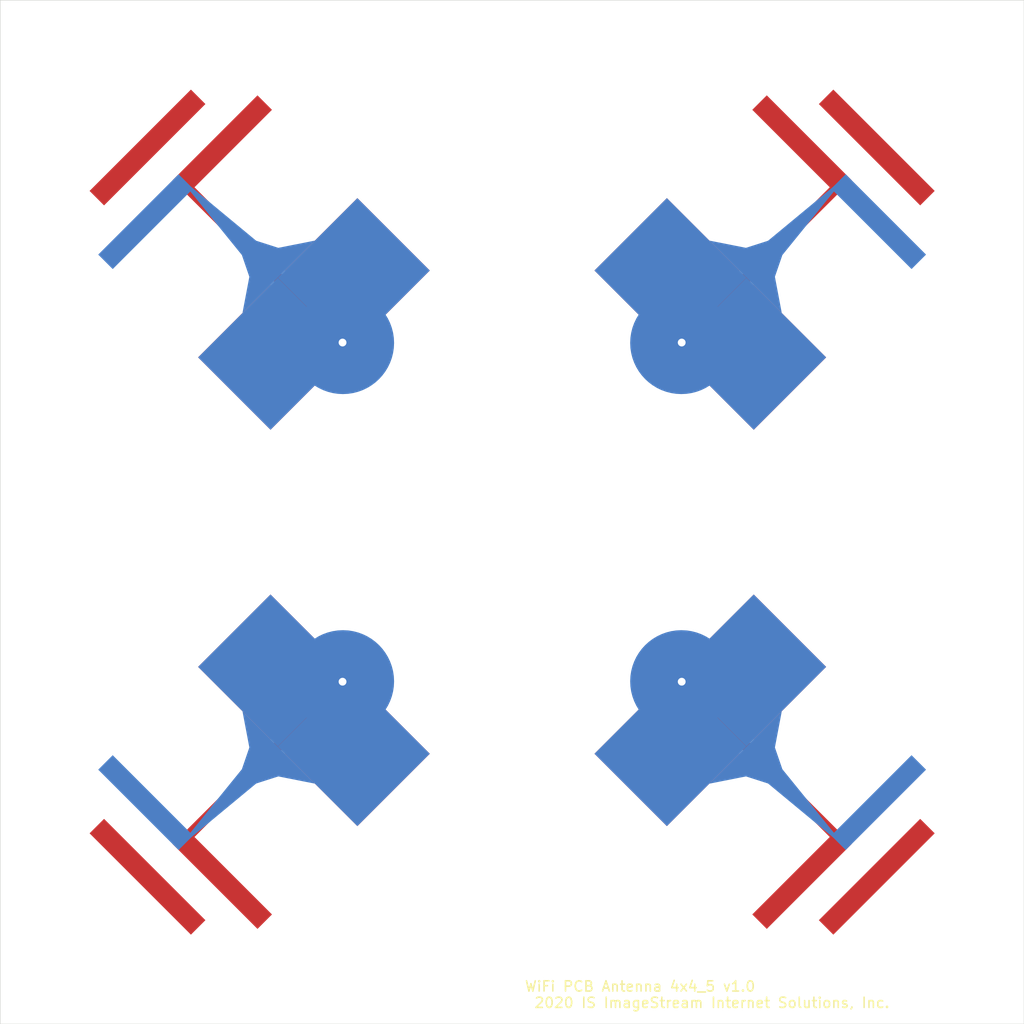
<source format=kicad_pcb>
(kicad_pcb (version 20201002) (generator pcbnew)

  (general
    (thickness 0.8)
  )

  (paper "A4")
  (layers
    (0 "F.Cu" signal)
    (31 "B.Cu" signal)
    (32 "B.Adhes" user "B.Adhesive")
    (33 "F.Adhes" user "F.Adhesive")
    (34 "B.Paste" user)
    (35 "F.Paste" user)
    (36 "B.SilkS" user "B.Silkscreen")
    (37 "F.SilkS" user "F.Silkscreen")
    (38 "B.Mask" user)
    (39 "F.Mask" user)
    (40 "Dwgs.User" user "User.Drawings")
    (41 "Cmts.User" user "User.Comments")
    (42 "Eco1.User" user "User.Eco1")
    (43 "Eco2.User" user "User.Eco2")
    (44 "Edge.Cuts" user)
    (45 "Margin" user)
    (46 "B.CrtYd" user "B.Courtyard")
    (47 "F.CrtYd" user "F.Courtyard")
    (48 "B.Fab" user)
    (49 "F.Fab" user)
  )

  (setup
    (stackup
      (layer "F.SilkS" (type "Top Silk Screen"))
      (layer "F.Paste" (type "Top Solder Paste"))
      (layer "F.Mask" (type "Top Solder Mask") (color "Green") (thickness 0.01))
      (layer "F.Cu" (type "copper") (thickness 0.035))
      (layer "dielectric 1" (type "core") (thickness 0.71) (material "FR4") (epsilon_r 4.5) (loss_tangent 0.02))
      (layer "B.Cu" (type "copper") (thickness 0.035))
      (layer "B.Mask" (type "Bottom Solder Mask") (color "Green") (thickness 0.01))
      (layer "B.Paste" (type "Bottom Solder Paste"))
      (layer "B.SilkS" (type "Bottom Silk Screen"))
      (copper_finish "None")
      (dielectric_constraints yes)
    )
    (pcbplotparams
      (layerselection 0x00010fc_ffffffff)
      (disableapertmacros false)
      (usegerberextensions false)
      (usegerberattributes true)
      (usegerberadvancedattributes true)
      (creategerberjobfile true)
      (svguseinch false)
      (svgprecision 6)
      (excludeedgelayer true)
      (plotframeref false)
      (viasonmask false)
      (mode 1)
      (useauxorigin false)
      (hpglpennumber 1)
      (hpglpenspeed 20)
      (hpglpendiameter 15.000000)
      (psnegative false)
      (psa4output false)
      (plotreference true)
      (plotvalue true)
      (plotinvisibletext false)
      (sketchpadsonfab false)
      (subtractmaskfromsilk false)
      (outputformat 1)
      (mirror false)
      (drillshape 0)
      (scaleselection 1)
      (outputdirectory "gerbers/")
    )
  )


  (net 0 "")

  (module "MountingHole:MountingHole_4mm" (layer "F.Cu") (tedit 56D1B4CB) (tstamp 1994a45a-b41b-4ca9-aefb-95b651a73c58)
    (at 95 95)
    (descr "Mounting Hole 4mm, no annular")
    (tags "mounting hole 4mm no annular")
    (attr exclude_from_pos_files exclude_from_bom)
    (fp_text reference "REF**" (at 0 -5) (layer "F.SilkS") hide
      (effects (font (size 1 1) (thickness 0.15)))
      (tstamp bd47cf46-f39b-4202-8449-f2b6a983f5e9)
    )
    (fp_text value "MountingHole_4mm" (at 0 5) (layer "F.Fab") hide
      (effects (font (size 1 1) (thickness 0.15)))
      (tstamp 4c17b49e-7a0e-42b2-b01d-997f202beeb1)
    )
    (fp_text user "${REFERENCE}" (at 0.3 0) (layer "F.Fab") hide
      (effects (font (size 1 1) (thickness 0.15)))
      (tstamp 3b943330-c450-457c-b8fb-30863c9ce816)
    )
    (fp_circle (center 0 0) (end 4 0) (layer "Cmts.User") (width 0.15) (tstamp dcba8e68-b572-4bf3-b8f7-4a9c0d72f8f9))
    (fp_circle (center 0 0) (end 4.25 0) (layer "F.CrtYd") (width 0.05) (tstamp 9b3c38e2-8573-430d-95e9-a8cebf67f3b4))
    (pad "1" np_thru_hole circle (at 0 0) (size 4 4) (drill 4) (layers *.Cu *.Mask) (tstamp 3d774149-597f-4a74-a982-5e10ed3680cf))
  )

  (module "Scott:FlatAnt5.0_6dBi_R" (layer "F.Cu") (tedit 5F112311) (tstamp 2be6da08-529e-4983-81cb-9031852c4b0d)
    (at 20 20 45)
    (attr exclude_from_pos_files exclude_from_bom)
    (fp_text reference "REF**" (at 8.325 2.95 45 unlocked) (layer "F.SilkS") hide
      (effects (font (size 1 1) (thickness 0.15)))
      (tstamp 990d57bf-57dc-4365-b4f1-fe1e5829cc34)
    )
    (fp_text value "FlatAnt5.0_6dBi" (at 8.325 4.45 45 unlocked) (layer "F.Fab") hide
      (effects (font (size 1 1) (thickness 0.15)))
      (tstamp fae25f46-1adc-463b-8e4f-7e5f05dfeb58)
    )
    (fp_text user "${REF}" (at 8.325 5.95 45 unlocked) (layer "F.Fab") hide
      (effects (font (size 1 1) (thickness 0.15)))
      (tstamp a798cfa6-3f40-4fee-80d6-0e696edee9f0)
    )
    (fp_poly (pts (xy 11 20.05)
      (xy 2.5 20.05)
      (xy 1 17.05)
      (xy 1 10.05)
      (xy 11 10.05)) (layer "F.Cu") (width 0.0001) (tstamp 294adb86-b46e-4dba-81f3-959489962468))
    (fp_poly (pts (xy 7 -6.945163)
      (xy -7 -6.945163)
      (xy -7 -8.945163)
      (xy 7 -8.945163)) (layer "F.Cu") (width 0.0001) (tstamp 3ad8e4ad-1dfd-48de-80e5-ec38fd2ec3a6))
    (fp_poly (pts (xy -0.5 17.05)
      (xy -2 20.05)
      (xy 2 20.05)
      (xy 0.5 17.05)
      (xy 0.5 -1.95)
      (xy 11.2 -1.95)
      (xy 11.2 -3.95)
      (xy -0.525 -3.95)) (layer "F.Cu") (width 0.0001) (tstamp 98a1be86-139e-4310-935a-ee4ccf5afeec))
    (fp_poly (pts (xy -1 17.05)
      (xy -2.5 20.05)
      (xy -11 20.05)
      (xy -11 10.05)
      (xy -1 10.05)) (layer "F.Cu") (width 0.0001) (tstamp 9de17efa-236d-4b3d-8821-2619e5f21d93))
    (fp_circle (center 0 19.05) (end 2.5 19.05) (layer "B.Cu") (width 5) (tstamp ef63042a-cbd9-4f1d-83a5-e1c47492bfda))
    (fp_poly (pts (xy 0 20.05)
      (xy -11 20.05)
      (xy -11 10.05)
      (xy 0 10.05)) (layer "B.Cu") (width 0.0001) (tstamp 13a8bf32-b1fe-41b0-8cfd-b6cd1861490a))
    (fp_poly (pts (xy 11 20.05)
      (xy 0 20.05)
      (xy 0 10.05)
      (xy 11 10.05)) (layer "B.Cu") (width 0.0001) (tstamp 23d20a33-8adb-4a9b-8b9a-8561f31a50ca))
    (fp_poly (pts (xy -10.8 -1.95)
      (xy -10.8 -3.95)
      (xy 0.3 -3.95)
      (xy 0.3 -1.95)) (layer "B.Cu") (width 0.0001) (tstamp aca647e2-c61b-4530-aa96-65bcf0a4ceb9))
    (fp_poly (pts (xy -0.90895 6.001532)
      (xy -1.89524 8.021548)
      (xy -4.87024 10.046548)
      (xy 5.12976 10.046548)
      (xy 2.10476 8.021548)
      (xy 1.06605 6.001532)
      (xy 0.12976 -3.953452)) (layer "B.Cu") (width 0.0001) (tstamp c7619083-d936-454d-9c11-305612a19ae8))
    (fp_arc (start -0.159312 18.91193) (end 1.25 15.225162) (angle 138) (layer "B.Mask") (width 2.5) (tstamp 9881df8e-68c0-4d07-a2dd-68e554f67dd2))
    (fp_poly (pts (xy 2.57 19.56)
      (xy 0.54 19.56)
      (xy 0.54 18.45)
      (xy 2.57 18.45)) (layer "B.Mask") (width 0.0001) (tstamp 133da9a6-81c2-4047-9493-070fd8d33808))
    (fp_poly (pts (xy 1.47 23.83)
      (xy 0 24.05)
      (xy 0 19.554915)
      (xy 2.5 19.55)) (layer "B.Mask") (width 0.0001) (tstamp 2679366a-4618-473b-916a-c6af28eaa898))
    (fp_poly (pts (xy 0.61 19.57)
      (xy 0.02 19.57)
      (xy 0.11 19.55)
      (xy 0.22 19.51)
      (xy 0.32 19.46)
      (xy 0.41 19.39)
      (xy 0.47 19.32)
      (xy 0.5375 19.18375)
      (xy 0.54875 18.960625)
      (xy 0.51125 18.819375)
      (xy 0.46 18.73)
      (xy 0.41 18.66)
      (xy 0.35 18.59)
      (xy 0.28 18.53)
      (xy 0.21 18.49)
      (xy 0.11 18.45)
      (xy 0.61 18.45)) (layer "B.Mask") (width 0.0001) (tstamp 456a2b6e-2d1e-43ca-bac3-3b638624e4fd))
    (fp_poly (pts (xy 1.26 23.89)
      (xy 1.09 23.93)
      (xy 0.89 23.97)
      (xy 0.64 24.01)
      (xy 0.45 24.03)
      (xy 0.3 24.04)
      (xy 0.09 24.05)
      (xy 0 24.05)
      (xy 1.47 23.83)) (layer "B.Mask") (width 0.0001) (tstamp 6f8133da-fd35-458c-ad65-ab6a4cbcf844))
    (fp_poly (pts (xy 0.325 13.65125)
      (xy 0.52 13.69)
      (xy 0.68 13.72)
      (xy 0.88 13.77)
      (xy 1.21 13.88)
      (xy 1.59 14.02)
      (xy 0 13.98)
      (xy 0 13.63)
      (xy 0.13 13.63)) (layer "B.Mask") (width 0.0001) (tstamp 76510c2e-d188-4174-bb7f-8ed7de6b8d92))
    (fp_poly (pts (xy 2.75 18.45)
      (xy 0 18.45)
      (xy 0 13.97)
      (xy 1.29 13.97)) (layer "B.Mask") (width 0.0001) (tstamp 87010c32-c7ab-4a81-a714-764ede2929f6))
    (fp_poly (pts (xy 2 20.05)
      (xy -2 20.05)
      (xy -0.5 17.05)
      (xy 0.5 17.05)) (layer "F.Mask") (width 0.0001) (tstamp 66161ab0-bbd3-4b14-a45a-4647a9bbe4fc))
    (pad "1" thru_hole circle (at 0 19 45) (size 1.524 1.524) (drill 0.762) (layers "F.Cu" "F.Mask") (tstamp f03987a6-c178-4fd7-8375-06c940d69bd8))
    (pad "2" smd circle (at 1.8 19 45) (size 2 2) (layers "B.Cu") (tstamp e6eff5cb-b800-4e73-97d2-099fa3470399))
  )

  (module "Scott:FlatAnt5.0_6dBi_R" (layer "F.Cu") (tedit 5F112311) (tstamp 31b15c1f-ff66-4b94-9249-5dfb6c936239)
    (at 80 80 -135)
    (attr exclude_from_pos_files exclude_from_bom)
    (fp_text reference "REF**" (at 8.325 2.95 -135 unlocked) (layer "F.SilkS") hide
      (effects (font (size 1 1) (thickness 0.15)))
      (tstamp 60755f49-65fb-4b76-af14-7a6502f02790)
    )
    (fp_text value "FlatAnt5.0_6dBi" (at 8.325 4.45 -135 unlocked) (layer "F.Fab") hide
      (effects (font (size 1 1) (thickness 0.15)))
      (tstamp faf3aac6-586c-47d0-ab74-db1e192585e8)
    )
    (fp_text user "${REF}" (at 8.325 5.95 -135 unlocked) (layer "F.Fab") hide
      (effects (font (size 1 1) (thickness 0.15)))
      (tstamp f14b696d-c169-461d-8d08-f751ce75e397)
    )
    (fp_poly (pts (xy -0.5 17.05)
      (xy -2 20.05)
      (xy 2 20.05)
      (xy 0.5 17.05)
      (xy 0.5 -1.95)
      (xy 11.2 -1.95)
      (xy 11.2 -3.95)
      (xy -0.525 -3.95)) (layer "F.Cu") (width 0.0001) (tstamp 8fffcfd6-4945-4cca-99df-8156b4fe9966))
    (fp_poly (pts (xy -1 17.05)
      (xy -2.5 20.05)
      (xy -11 20.05)
      (xy -11 10.05)
      (xy -1 10.05)) (layer "F.Cu") (width 0.0001) (tstamp 995443c3-3262-449e-9ef2-18519c6d0eb8))
    (fp_poly (pts (xy 7 -6.945163)
      (xy -7 -6.945163)
      (xy -7 -8.945163)
      (xy 7 -8.945163)) (layer "F.Cu") (width 0.0001) (tstamp bc4523e7-db2c-479f-bd52-c4a3a6cefdfe))
    (fp_poly (pts (xy 11 20.05)
      (xy 2.5 20.05)
      (xy 1 17.05)
      (xy 1 10.05)
      (xy 11 10.05)) (layer "F.Cu") (width 0.0001) (tstamp f96f8f3c-288a-49ff-8db8-9dfb59636154))
    (fp_circle (center 0 19.05) (end 2.5 19.05) (layer "B.Cu") (width 5) (tstamp 8cd206bd-65f7-4c3e-a4b0-b5a0f4333b80))
    (fp_poly (pts (xy -10.8 -1.95)
      (xy -10.8 -3.95)
      (xy 0.3 -3.95)
      (xy 0.3 -1.95)) (layer "B.Cu") (width 0.0001) (tstamp 11ba7084-dcb8-4fc5-bfe6-b4d6eb012d21))
    (fp_poly (pts (xy 0 20.05)
      (xy -11 20.05)
      (xy -11 10.05)
      (xy 0 10.05)) (layer "B.Cu") (width 0.0001) (tstamp 1fa658c2-baaa-4d00-ac71-503a69c70b86))
    (fp_poly (pts (xy -0.90895 6.001532)
      (xy -1.89524 8.021548)
      (xy -4.87024 10.046548)
      (xy 5.12976 10.046548)
      (xy 2.10476 8.021548)
      (xy 1.06605 6.001532)
      (xy 0.12976 -3.953452)) (layer "B.Cu") (width 0.0001) (tstamp 370e2861-321b-4245-8c02-9c18c143880d))
    (fp_poly (pts (xy 11 20.05)
      (xy 0 20.05)
      (xy 0 10.05)
      (xy 11 10.05)) (layer "B.Cu") (width 0.0001) (tstamp e9aa2457-c599-4289-853d-6ab8ecbaa105))
    (fp_arc (start -0.159312 18.91193) (end 1.25 15.225162) (angle 138) (layer "B.Mask") (width 2.5) (tstamp 1a7a36ce-35f1-4d08-86ec-33f9d9e557eb))
    (fp_poly (pts (xy 2.57 19.56)
      (xy 0.54 19.56)
      (xy 0.54 18.45)
      (xy 2.57 18.45)) (layer "B.Mask") (width 0.0001) (tstamp 02fd06f4-947d-4f91-b780-f82f020427cd))
    (fp_poly (pts (xy 0.61 19.57)
      (xy 0.02 19.57)
      (xy 0.11 19.55)
      (xy 0.22 19.51)
      (xy 0.32 19.46)
      (xy 0.41 19.39)
      (xy 0.47 19.32)
      (xy 0.5375 19.18375)
      (xy 0.54875 18.960625)
      (xy 0.51125 18.819375)
      (xy 0.46 18.73)
      (xy 0.41 18.66)
      (xy 0.35 18.59)
      (xy 0.28 18.53)
      (xy 0.21 18.49)
      (xy 0.11 18.45)
      (xy 0.61 18.45)) (layer "B.Mask") (width 0.0001) (tstamp 19e69ced-5330-4b29-be51-768f10caefce))
    (fp_poly (pts (xy 1.26 23.89)
      (xy 1.09 23.93)
      (xy 0.89 23.97)
      (xy 0.64 24.01)
      (xy 0.45 24.03)
      (xy 0.3 24.04)
      (xy 0.09 24.05)
      (xy 0 24.05)
      (xy 1.47 23.83)) (layer "B.Mask") (width 0.0001) (tstamp 1c844ad2-ca85-4ce2-a3f5-3edca26fbb8f))
    (fp_poly (pts (xy 0.325 13.65125)
      (xy 0.52 13.69)
      (xy 0.68 13.72)
      (xy 0.88 13.77)
      (xy 1.21 13.88)
      (xy 1.59 14.02)
      (xy 0 13.98)
      (xy 0 13.63)
      (xy 0.13 13.63)) (layer "B.Mask") (width 0.0001) (tstamp 3745502c-3ff7-4d9e-9ca3-1b4d430fe60c))
    (fp_poly (pts (xy 1.47 23.83)
      (xy 0 24.05)
      (xy 0 19.554915)
      (xy 2.5 19.55)) (layer "B.Mask") (width 0.0001) (tstamp c018d4f7-d6b8-49ad-8f3e-ab42b84eccc2))
    (fp_poly (pts (xy 2.75 18.45)
      (xy 0 18.45)
      (xy 0 13.97)
      (xy 1.29 13.97)) (layer "B.Mask") (width 0.0001) (tstamp f3c220a9-6b11-4efa-9b78-f110c3598e32))
    (fp_poly (pts (xy 2 20.05)
      (xy -2 20.05)
      (xy -0.5 17.05)
      (xy 0.5 17.05)) (layer "F.Mask") (width 0.0001) (tstamp cc872a89-2c0e-4ab6-a897-49025c0fcc7a))
    (pad "1" thru_hole circle (at 0 19 225) (size 1.524 1.524) (drill 0.762) (layers "F.Cu" "F.Mask") (tstamp f03987a6-c178-4fd7-8375-06c940d69bd8))
    (pad "2" smd circle (at 1.8 19 225) (size 2 2) (layers "B.Cu") (tstamp e6eff5cb-b800-4e73-97d2-099fa3470399))
  )

  (module "MountingHole:MountingHole_4mm" (layer "F.Cu") (tedit 56D1B4CB) (tstamp 44108bb6-7b4a-4015-bf61-2e9dd66575dc)
    (at 5 5)
    (descr "Mounting Hole 4mm, no annular")
    (tags "mounting hole 4mm no annular")
    (attr exclude_from_pos_files exclude_from_bom)
    (fp_text reference "REF**" (at 0 -5) (layer "F.SilkS") hide
      (effects (font (size 1 1) (thickness 0.15)))
      (tstamp 2b29efb2-517c-4d47-88fc-ef4929de1f6a)
    )
    (fp_text value "MountingHole_4mm" (at 0 5) (layer "F.Fab") hide
      (effects (font (size 1 1) (thickness 0.15)))
      (tstamp dc630ca8-04fc-48a2-803e-002d8f9c493b)
    )
    (fp_text user "${REFERENCE}" (at 0.3 0) (layer "F.Fab") hide
      (effects (font (size 1 1) (thickness 0.15)))
      (tstamp 68fcbb9e-55e3-4538-92b8-be14a5fb8f15)
    )
    (fp_circle (center 0 0) (end 4 0) (layer "Cmts.User") (width 0.15) (tstamp 3d426cd7-c77c-4651-918e-f3812d878040))
    (fp_circle (center 0 0) (end 4.25 0) (layer "F.CrtYd") (width 0.05) (tstamp 0a19601b-5425-4767-bae6-77de889184aa))
    (pad "1" np_thru_hole circle (at 0 0) (size 4 4) (drill 4) (layers *.Cu *.Mask) (tstamp 3d774149-597f-4a74-a982-5e10ed3680cf))
  )

  (module "MountingHole:MountingHole_4mm" (layer "F.Cu") (tedit 56D1B4CB) (tstamp 45e85f3e-d524-4d8c-8a41-20a366101798)
    (at 95 5)
    (descr "Mounting Hole 4mm, no annular")
    (tags "mounting hole 4mm no annular")
    (attr exclude_from_pos_files exclude_from_bom)
    (fp_text reference "REF**" (at 0 -5) (layer "F.SilkS") hide
      (effects (font (size 1 1) (thickness 0.15)))
      (tstamp 2d8e7f18-662a-4681-8c90-b1a41749e19d)
    )
    (fp_text value "MountingHole_4mm" (at 0 5) (layer "F.Fab") hide
      (effects (font (size 1 1) (thickness 0.15)))
      (tstamp 309a9a7c-29c7-4998-8e6f-e7f611882a2c)
    )
    (fp_text user "${REFERENCE}" (at 0.3 0) (layer "F.Fab") hide
      (effects (font (size 1 1) (thickness 0.15)))
      (tstamp dd0df4e8-bb90-434f-9823-451dd9a67e93)
    )
    (fp_circle (center 0 0) (end 4 0) (layer "Cmts.User") (width 0.15) (tstamp 1096f812-fbfd-4064-b373-4f513657715e))
    (fp_circle (center 0 0) (end 4.25 0) (layer "F.CrtYd") (width 0.05) (tstamp 66de4ef1-e991-47c4-99b1-868ddfd44968))
    (pad "1" np_thru_hole circle (at 0 0) (size 4 4) (drill 4) (layers *.Cu *.Mask) (tstamp 3d774149-597f-4a74-a982-5e10ed3680cf))
  )

  (module "Scott:FlatAnt5.0_6dBi_L" (layer "F.Cu") (tedit 5F112354) (tstamp 4d537a96-dead-4526-8a2d-b065f97a9847)
    (at 20 80 135)
    (attr exclude_from_pos_files exclude_from_bom)
    (fp_text reference "REF**" (at 7.45 4.875 135 unlocked) (layer "F.SilkS") hide
      (effects (font (size 1 1) (thickness 0.15)))
      (tstamp 0b9fab47-b1d4-4d71-9673-b4d51dcc0528)
    )
    (fp_text value "FlatAnt5.0_6dBi" (at 7.45 6.375 135 unlocked) (layer "F.Fab") hide
      (effects (font (size 1 1) (thickness 0.15)))
      (tstamp 02236041-e92b-4af3-beaf-0ab4679e2c40)
    )
    (fp_text user "${REF}" (at 7.45 7.874999 135 unlocked) (layer "F.Fab") hide
      (effects (font (size 1 1) (thickness 0.15)))
      (tstamp dcd81cd1-6a45-4800-b0da-f0178dc80516)
    )
    (fp_poly (pts (xy -1 17.05)
      (xy -2.5 20.05)
      (xy -11 20.05)
      (xy -11 10.05)
      (xy -1 10.05)) (layer "F.Cu") (width 0.0001) (tstamp 19e7986f-e5c6-46ed-8ac1-ca3701579dbc))
    (fp_poly (pts (xy 0.5 17.05)
      (xy 2 20.05)
      (xy -2 20.05)
      (xy -0.5 17.05)
      (xy -0.5 -1.95)
      (xy -11.2 -1.95)
      (xy -11.2 -3.95)
      (xy 0.525 -3.95)) (layer "F.Cu") (width 0.0001) (tstamp a8497b41-c06c-454e-a306-90b98ab91f7f))
    (fp_poly (pts (xy 11 20.05)
      (xy 2.5 20.05)
      (xy 1 17.05)
      (xy 1 10.05)
      (xy 11 10.05)) (layer "F.Cu") (width 0.0001) (tstamp c5a37c10-3080-41b5-8af5-1200bac3daa2))
    (fp_poly (pts (xy 7 -6.945163)
      (xy -7 -6.945163)
      (xy -7 -8.945163)
      (xy 7 -8.945163)) (layer "F.Cu") (width 0.0001) (tstamp efa6c812-7ab2-42d3-950b-d2755a7261f3))
    (fp_circle (center 0 19.05) (end 2.5 19.05) (layer "B.Cu") (width 5) (tstamp db8eaaf3-7c49-432b-a642-2c9748330168))
    (fp_poly (pts (xy 0 20.05)
      (xy -11 20.05)
      (xy -11 10.05)
      (xy 0 10.05)) (layer "B.Cu") (width 0.0001) (tstamp 3c477d7f-1bf9-443e-b3ad-ff82b7735d75))
    (fp_poly (pts (xy 0.90895 6.001532)
      (xy 1.89524 8.021548)
      (xy 4.87024 10.046548)
      (xy -5.12976 10.046548)
      (xy -2.10476 8.021548)
      (xy -1.06605 6.001532)
      (xy -0.12976 -3.953452)) (layer "B.Cu") (width 0.0001) (tstamp 8560a6d1-80e1-4d1a-ab1b-982edef8f531))
    (fp_poly (pts (xy 11 20.05)
      (xy 0 20.05)
      (xy 0 10.05)
      (xy 11 10.05)) (layer "B.Cu") (width 0.0001) (tstamp 9d608d7a-072a-465a-8610-72c6fb2b4850))
    (fp_poly (pts (xy 10.8 -1.95)
      (xy 10.8 -3.95)
      (xy -0.3 -3.95)
      (xy -0.3 -1.95)) (layer "B.Cu") (width 0.0001) (tstamp bbcb364b-5b93-456e-a460-012fb699f5a4))
    (fp_arc (start -0.159312 18.91193) (end 1.25 15.225162) (angle 138) (layer "B.Mask") (width 2.5) (tstamp 496ce220-7693-4c80-bc60-1ec44c345c68))
    (fp_poly (pts (xy 2.75 18.45)
      (xy 0 18.45)
      (xy 0 13.97)
      (xy 1.29 13.97)) (layer "B.Mask") (width 0.0001) (tstamp 04219ed6-9928-419c-8d06-0885da2d6ae4))
    (fp_poly (pts (xy 0.61 19.57)
      (xy 0.02 19.57)
      (xy 0.11 19.55)
      (xy 0.22 19.51)
      (xy 0.32 19.46)
      (xy 0.41 19.39)
      (xy 0.47 19.32)
      (xy 0.5375 19.18375)
      (xy 0.54875 18.960625)
      (xy 0.51125 18.819375)
      (xy 0.46 18.73)
      (xy 0.41 18.66)
      (xy 0.35 18.59)
      (xy 0.28 18.53)
      (xy 0.21 18.49)
      (xy 0.11 18.45)
      (xy 0.61 18.45)) (layer "B.Mask") (width 0.0001) (tstamp 1a965291-7943-4e0a-8cfa-23a2734d462e))
    (fp_poly (pts (xy 1.26 23.89)
      (xy 1.09 23.93)
      (xy 0.89 23.97)
      (xy 0.64 24.01)
      (xy 0.45 24.03)
      (xy 0.3 24.04)
      (xy 0.09 24.05)
      (xy 0 24.05)
      (xy 1.47 23.83)) (layer "B.Mask") (width 0.0001) (tstamp 286bdc29-1e01-40b4-8e5c-b8761af780ba))
    (fp_poly (pts (xy 2.57 19.56)
      (xy 0.54 19.56)
      (xy 0.54 18.45)
      (xy 2.57 18.45)) (layer "B.Mask") (width 0.0001) (tstamp 6fe4ee2d-60c2-4707-924d-403fa07ea7f9))
    (fp_poly (pts (xy 1.47 23.83)
      (xy 0 24.05)
      (xy 0 19.554915)
      (xy 2.5 19.55)) (layer "B.Mask") (width 0.0001) (tstamp 96d829a1-e81e-46b9-8911-d94764c5a276))
    (fp_poly (pts (xy 0.325 13.65125)
      (xy 0.52 13.69)
      (xy 0.68 13.72)
      (xy 0.88 13.77)
      (xy 1.21 13.88)
      (xy 1.59 14.02)
      (xy 0 13.98)
      (xy 0 13.63)
      (xy 0.13 13.63)) (layer "B.Mask") (width 0.0001) (tstamp daf653d4-03ef-4b4f-8ff7-c8f9053c743e))
    (fp_poly (pts (xy 2 20.05)
      (xy -2 20.05)
      (xy -0.5 17.05)
      (xy 0.5 17.05)) (layer "F.Mask") (width 0.0001) (tstamp 8b8e3ed8-740b-4911-bd0f-48812ceac710))
    (pad "1" thru_hole circle (at 0 19 135) (size 1.524 1.524) (drill 0.762) (layers "F.Cu" "F.Mask") (tstamp f03987a6-c178-4fd7-8375-06c940d69bd8))
    (pad "2" smd circle (at 1.8 19 135) (size 2 2) (layers "B.Cu") (tstamp e6eff5cb-b800-4e73-97d2-099fa3470399))
  )

  (module "Scott:FlatAnt5.0_6dBi_L" (layer "F.Cu") (tedit 5F112354) (tstamp 9707ac8e-737e-4a26-a887-510cf07a7f81)
    (at 80 20 -45)
    (attr exclude_from_pos_files exclude_from_bom)
    (fp_text reference "REF**" (at 7.45 4.875 -45 unlocked) (layer "F.SilkS") hide
      (effects (font (size 1 1) (thickness 0.15)))
      (tstamp 3471e1bf-8547-4762-a6be-cb1715378ce3)
    )
    (fp_text value "FlatAnt5.0_6dBi" (at 7.45 6.375 -45 unlocked) (layer "F.Fab") hide
      (effects (font (size 1 1) (thickness 0.15)))
      (tstamp b9d70f37-3ec4-40df-9c1b-9f40bbab9f8f)
    )
    (fp_text user "${REF}" (at 7.45 7.874999 -45 unlocked) (layer "F.Fab") hide
      (effects (font (size 1 1) (thickness 0.15)))
      (tstamp 93d28093-c798-4ba1-a91a-efb6e1ec0e05)
    )
    (fp_poly (pts (xy 7 -6.945163)
      (xy -7 -6.945163)
      (xy -7 -8.945163)
      (xy 7 -8.945163)) (layer "F.Cu") (width 0.0001) (tstamp 245691d4-00cb-41e8-92e6-d20473c34109))
    (fp_poly (pts (xy 11 20.05)
      (xy 2.5 20.05)
      (xy 1 17.05)
      (xy 1 10.05)
      (xy 11 10.05)) (layer "F.Cu") (width 0.0001) (tstamp 9890acbb-a09b-4aa9-b096-dfd620087fb5))
    (fp_poly (pts (xy 0.5 17.05)
      (xy 2 20.05)
      (xy -2 20.05)
      (xy -0.5 17.05)
      (xy -0.5 -1.95)
      (xy -11.2 -1.95)
      (xy -11.2 -3.95)
      (xy 0.525 -3.95)) (layer "F.Cu") (width 0.0001) (tstamp c35085b5-1900-4ed3-bda5-0b144c1b00e8))
    (fp_poly (pts (xy -1 17.05)
      (xy -2.5 20.05)
      (xy -11 20.05)
      (xy -11 10.05)
      (xy -1 10.05)) (layer "F.Cu") (width 0.0001) (tstamp c7b9941e-6bfb-4708-ae55-1e1d0a8651e8))
    (fp_circle (center 0 19.05) (end 2.5 19.05) (layer "B.Cu") (width 5) (tstamp d1584b1c-a228-4628-a85a-b8a58d684df8))
    (fp_poly (pts (xy 0.90895 6.001532)
      (xy 1.89524 8.021548)
      (xy 4.87024 10.046548)
      (xy -5.12976 10.046548)
      (xy -2.10476 8.021548)
      (xy -1.06605 6.001532)
      (xy -0.12976 -3.953452)) (layer "B.Cu") (width 0.0001) (tstamp 48e2bc15-89c5-4aa7-ba58-47907ed7aee6))
    (fp_poly (pts (xy 11 20.05)
      (xy 0 20.05)
      (xy 0 10.05)
      (xy 11 10.05)) (layer "B.Cu") (width 0.0001) (tstamp 5fc52da4-3c14-4001-9450-80c88e9c2809))
    (fp_poly (pts (xy 0 20.05)
      (xy -11 20.05)
      (xy -11 10.05)
      (xy 0 10.05)) (layer "B.Cu") (width 0.0001) (tstamp aa9aed8d-9641-4f8e-aac5-c3a074e08e79))
    (fp_poly (pts (xy 10.8 -1.95)
      (xy 10.8 -3.95)
      (xy -0.3 -3.95)
      (xy -0.3 -1.95)) (layer "B.Cu") (width 0.0001) (tstamp c9180553-96cf-4210-9b14-c3b04752f4c5))
    (fp_arc (start -0.159312 18.91193) (end 1.25 15.225162) (angle 138) (layer "B.Mask") (width 2.5) (tstamp ffce20dd-eeb6-4b3a-9ed5-80e73112662e))
    (fp_poly (pts (xy 0.61 19.57)
      (xy 0.02 19.57)
      (xy 0.11 19.55)
      (xy 0.22 19.51)
      (xy 0.32 19.46)
      (xy 0.41 19.39)
      (xy 0.47 19.32)
      (xy 0.5375 19.18375)
      (xy 0.54875 18.960625)
      (xy 0.51125 18.819375)
      (xy 0.46 18.73)
      (xy 0.41 18.66)
      (xy 0.35 18.59)
      (xy 0.28 18.53)
      (xy 0.21 18.49)
      (xy 0.11 18.45)
      (xy 0.61 18.45)) (layer "B.Mask") (width 0.0001) (tstamp 1048c300-447a-4435-b165-beca74a47b77))
    (fp_poly (pts (xy 2.75 18.45)
      (xy 0 18.45)
      (xy 0 13.97)
      (xy 1.29 13.97)) (layer "B.Mask") (width 0.0001) (tstamp 853d9341-d3f0-48e6-9ac6-0b77fae8a874))
    (fp_poly (pts (xy 1.26 23.89)
      (xy 1.09 23.93)
      (xy 0.89 23.97)
      (xy 0.64 24.01)
      (xy 0.45 24.03)
      (xy 0.3 24.04)
      (xy 0.09 24.05)
      (xy 0 24.05)
      (xy 1.47 23.83)) (layer "B.Mask") (width 0.0001) (tstamp c190e86b-be35-4828-ade2-b7bedb66531b))
    (fp_poly (pts (xy 1.47 23.83)
      (xy 0 24.05)
      (xy 0 19.554915)
      (xy 2.5 19.55)) (layer "B.Mask") (width 0.0001) (tstamp da8b305c-c6a3-4f96-8a4c-9d1894039694))
    (fp_poly (pts (xy 2.57 19.56)
      (xy 0.54 19.56)
      (xy 0.54 18.45)
      (xy 2.57 18.45)) (layer "B.Mask") (width 0.0001) (tstamp e2dea153-70d1-4837-92af-45a5dfba75b2))
    (fp_poly (pts (xy 0.325 13.65125)
      (xy 0.52 13.69)
      (xy 0.68 13.72)
      (xy 0.88 13.77)
      (xy 1.21 13.88)
      (xy 1.59 14.02)
      (xy 0 13.98)
      (xy 0 13.63)
      (xy 0.13 13.63)) (layer "B.Mask") (width 0.0001) (tstamp ef8c06d4-cafb-44e0-a953-12b1f4186a8d))
    (fp_poly (pts (xy 2 20.05)
      (xy -2 20.05)
      (xy -0.5 17.05)
      (xy 0.5 17.05)) (layer "F.Mask") (width 0.0001) (tstamp ead374a3-e0ff-4174-8ab5-4160ae1ac1a8))
    (pad "1" thru_hole circle (at 0 19 315) (size 1.524 1.524) (drill 0.762) (layers "F.Cu" "F.Mask") (tstamp f03987a6-c178-4fd7-8375-06c940d69bd8))
    (pad "2" smd circle (at 1.8 19 315) (size 2 2) (layers "B.Cu") (tstamp e6eff5cb-b800-4e73-97d2-099fa3470399))
  )

  (module "MountingHole:MountingHole_4mm" (layer "F.Cu") (tedit 56D1B4CB) (tstamp ae1ce940-5231-4040-8871-bd0640d8d823)
    (at 5 95)
    (descr "Mounting Hole 4mm, no annular")
    (tags "mounting hole 4mm no annular")
    (attr exclude_from_pos_files exclude_from_bom)
    (fp_text reference "eREF**" (at 0 -5) (layer "F.SilkS") hide
      (effects (font (size 1 1) (thickness 0.15)))
      (tstamp f352d68f-9b01-48b8-b071-c6e9989ff350)
    )
    (fp_text value "MountingHole_4mm" (at 0 5) (layer "F.Fab") hide
      (effects (font (size 1 1) (thickness 0.15)))
      (tstamp 7d9652eb-a9ea-456f-8cec-4875392023af)
    )
    (fp_text user "${REFERENCE}" (at 0.3 0) (layer "F.Fab") hide
      (effects (font (size 1 1) (thickness 0.15)))
      (tstamp 15cba100-fdb7-4220-812b-bbc0d8714a80)
    )
    (fp_circle (center 0 0) (end 4 0) (layer "Cmts.User") (width 0.15) (tstamp f216a55c-5666-4a51-91eb-fd215302f89c))
    (fp_circle (center 0 0) (end 4.25 0) (layer "F.CrtYd") (width 0.05) (tstamp 935c4255-87f0-4ea9-bd4f-0c0db5bd11c9))
    (pad "1" np_thru_hole circle (at 0 0) (size 4 4) (drill 4) (layers *.Cu *.Mask) (tstamp 3d774149-597f-4a74-a982-5e10ed3680cf))
  )

  (gr_line (start 100 100) (end 0 100) (layer "Edge.Cuts") (width 0.05) (tstamp 64182945-c71b-4d86-87f9-998422276eed))
  (gr_line (start 0 0) (end 100 0) (layer "Edge.Cuts") (width 0.05) (tstamp 85dd0a84-6095-4ce0-b0d6-0a203e8cb1e1))
  (gr_line (start 100 0) (end 100 100) (layer "Edge.Cuts") (width 0.05) (tstamp 994e95a2-a8d3-423d-8ba0-8c6532dbff0e))
  (gr_line (start 0 100) (end 0 0) (layer "Edge.Cuts") (width 0.05) (tstamp e4200fe8-d902-4011-8954-9049c1ddd98a))
  (gr_text "WiFi PCB Antenna 4x4_5 v1.0" (at 62.5 96.325) (layer "F.SilkS") (tstamp 9e37ec4a-83ee-4990-b7f9-bb83b651026c)
    (effects (font (size 1 1) (thickness 0.15)))
  )
  (gr_text "2020 IS ImageStream Internet Solutions, Inc." (at 69.525 97.925) (layer "F.SilkS") (tstamp d789e5f6-67f9-4b0a-93c9-d64768be09a1)
    (effects (font (size 1 1) (thickness 0.15)))
  )

)

</source>
